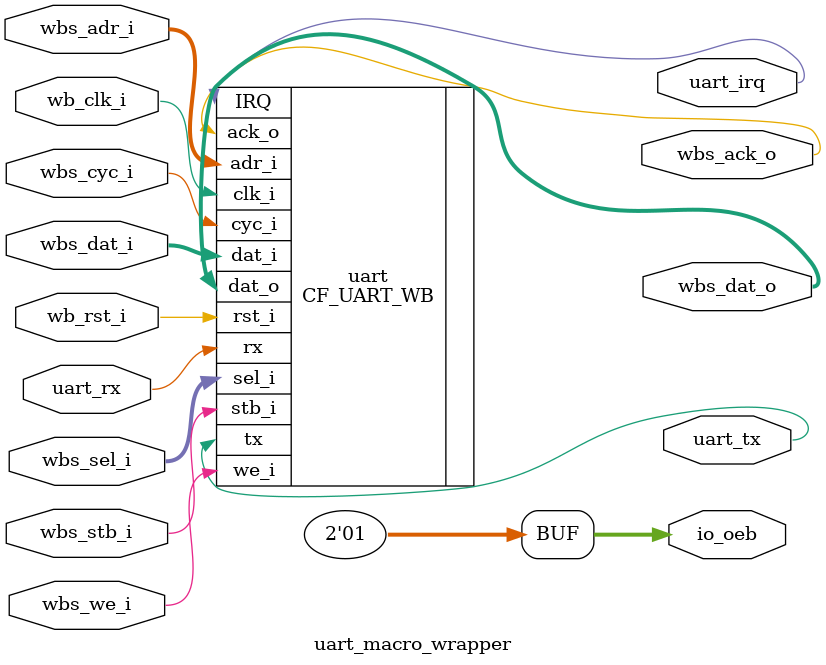
<source format=v>
module uart_macro_wrapper (
`ifdef USE_POWER_PINS
    inout vccd1,    // User area 1 1.8V supply
    inout vssd1,    // User area 1 digital ground
`endif

    // Wishbone Slave ports
    input wb_clk_i,
    input wb_rst_i,
    input wbs_stb_i,
    input wbs_cyc_i,
    input wbs_we_i,
    input [3:0] wbs_sel_i,
    input [31:0] wbs_dat_i,
    input [31:0] wbs_adr_i,
    output wbs_ack_o,
    output [31:0] wbs_dat_o,

    // UART pins
    input uart_rx,
    output uart_tx,
    output [1:0] io_oeb,
    
    // IRQ
    output uart_irq
);

    // Instantiate CF_UART with Wishbone interface
    CF_UART_WB uart (
        .clk_i(wb_clk_i),
        .rst_i(wb_rst_i),
        .adr_i(wbs_adr_i),
        .dat_i(wbs_dat_i),
        .dat_o(wbs_dat_o),
        .sel_i(wbs_sel_i),
        .cyc_i(wbs_cyc_i),
        .stb_i(wbs_stb_i),
        .ack_o(wbs_ack_o),
        .we_i(wbs_we_i),
        .IRQ(uart_irq),
        .rx(uart_rx),
        .tx(uart_tx)
    );

    assign io_oeb[0] = 1'b1;
    assign io_oeb[1] = 1'b0;

endmodule
</source>
